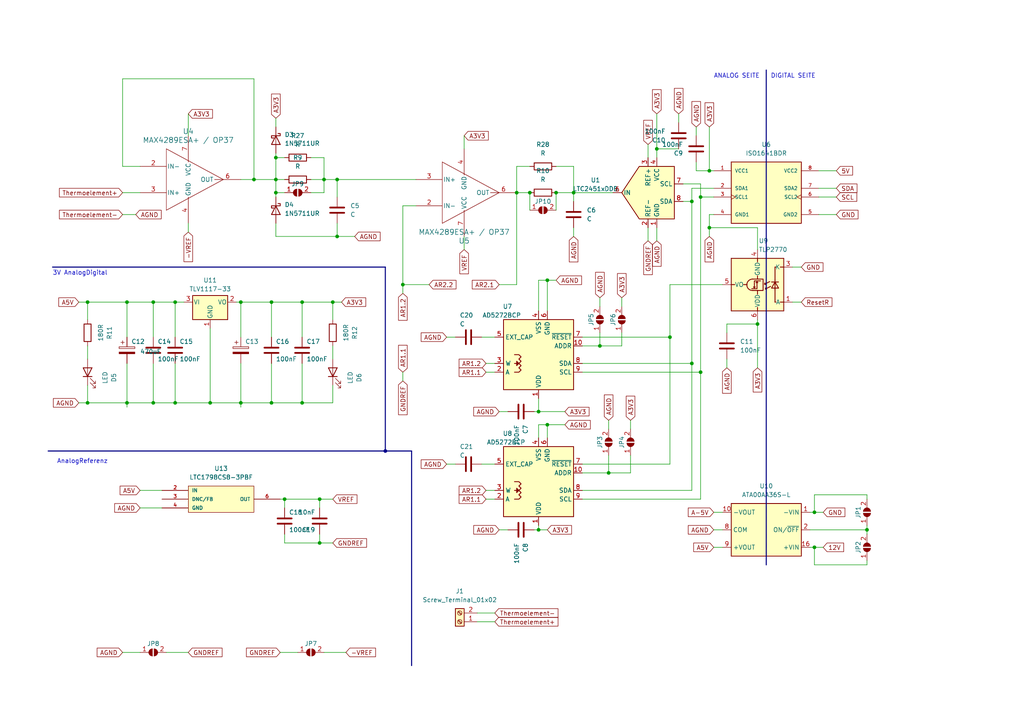
<source format=kicad_sch>
(kicad_sch (version 20230121) (generator eeschema)
  (paper "A4")
  (lib_symbols
    (symbol "Analog_ADC:LTC2451xDDB"
      (property "Reference" "U" (at -6.35 8.89 0))
      (property "Value" "LTC2451xDDB" (at 11.43 8.89 0))
      (symbol "LTC2451xDDB_1_1"
        (polyline (pts (xy -2.54 7.62) (xy 3.81 7.62) (xy 7.62 7.62) (xy 7.62 -7.62) (xy -2.54 -7.62) (xy -7.62 0) (xy -2.54 7.62)) (stroke (width 0.254)) (fill (type background)))
        (pin power_in line (at 2.54 -10.16 90) (length 2.54) (name "GND") (number "1"))
        (pin power_in line (at 0 -10.16 90) (length 2.54) (name "REF-") (number "2"))
        (pin power_in line (at 0 10.16 270) (length 2.54) (name "REF+") (number "3"))
        (pin power_in line (at 2.54 10.16 270) (length 2.54) (name "VCC") (number "4"))
        (pin passive line (at 2.54 -10.16 90) (length 2.54) hide (name "GND") (number "5"))
        (pin input line (at -10.16 0 0) (length 2.54) (name "IN") (number "6"))
        (pin input line (at 10.16 2.54 180) (length 2.54) (name "SCL") (number "7"))
        (pin bidirectional line (at 10.16 -2.54 180) (length 2.54) (name "SDA") (number "8"))
        (pin passive line (at 2.54 -10.16 90) (length 2.54) hide (name "GND") (number "9"))
      )
    )
    (symbol "Connector:Screw_Terminal_01x02" (pin_names (offset 1.016) hide)
      (property "Reference" "J" (at 0 2.54 0))
      (property "Value" "Screw_Terminal_01x02" (at 0 -5.08 0))
      (symbol "Screw_Terminal_01x02_1_1"
        (rectangle (start -1.27 1.27) (end 1.27 -3.81) (stroke (width 0.254)) (fill (type background)))
        (circle (center 0 -2.54) (radius 0.635) (stroke (width 0.1524)))
        (polyline (pts (xy -0.5334 -2.2098) (xy 0.3302 -3.048)) (stroke (width 0.1524)))
        (polyline (pts (xy -0.5334 0.3302) (xy 0.3302 -0.508)) (stroke (width 0.1524)))
        (polyline (pts (xy -0.3556 -2.032) (xy 0.508 -2.8702)) (stroke (width 0.1524)))
        (polyline (pts (xy -0.3556 0.508) (xy 0.508 -0.3302)) (stroke (width 0.1524)))
        (circle (center 0 0) (radius 0.635) (stroke (width 0.1524)))
        (pin passive line (at -5.08 0 0) (length 3.81) (name "Pin_1") (number "1"))
        (pin passive line (at -5.08 -2.54 0) (length 3.81) (name "Pin_2") (number "2"))
      )
    )
    (symbol "Converter_DCDC:ATA00AA36S-L"
      (property "Reference" "U" (at 0 11.43 0))
      (property "Value" "ATA00AA36S-L" (at 0 8.89 0))
      (symbol "ATA00AA36S-L_0_1"
        (rectangle (start -10.16 7.62) (end 10.16 -7.62) (stroke (width 0.254)) (fill (type background)))
        (polyline (pts (xy 0 -5.08) (xy 0 -6.35)))
        (polyline (pts (xy 0 -2.54) (xy 0 -3.81)))
        (polyline (pts (xy 0 0) (xy 0 -1.27)))
        (polyline (pts (xy 0 2.54) (xy 0 1.27)))
        (polyline (pts (xy 0 5.08) (xy 0 3.81)))
        (polyline (pts (xy 0 7.62) (xy 0 6.35)))
      )
      (symbol "ATA00AA36S-L_1_1"
        (pin power_in line (at -12.7 -5.08 0) (length 2.54) (name "-VIN") (number "1"))
        (pin power_out line (at 12.7 -5.08 180) (length 2.54) (name "-VOUT") (number "10"))
        (pin power_in line (at -12.7 5.08 0) (length 2.54) (name "+VIN") (number "16"))
        (pin input line (at -12.7 0 0) (length 2.54) (name "ON/~{OFF}") (number "2"))
        (pin no_connect line (at 10.16 2.54 180) (length 2.54) hide (name "NC") (number "7"))
        (pin power_out line (at 12.7 0 180) (length 2.54) (name "COM") (number "8"))
        (pin power_out line (at 12.7 5.08 180) (length 2.54) (name "+VOUT") (number "9"))
      )
    )
    (symbol "Device:C" (pin_numbers hide) (pin_names (offset 0.254))
      (property "Reference" "C" (at 0.635 2.54 0))
      (property "Value" "C" (at 0.635 -2.54 0))
      (symbol "C_0_1"
        (polyline (pts (xy -2.032 -0.762) (xy 2.032 -0.762)) (stroke (width 0.508)))
        (polyline (pts (xy -2.032 0.762) (xy 2.032 0.762)) (stroke (width 0.508)))
      )
      (symbol "C_1_1"
        (pin passive line (at 0 3.81 270) (length 2.794) (name "~") (number "1"))
        (pin passive line (at 0 -3.81 90) (length 2.794) (name "~") (number "2"))
      )
    )
    (symbol "Device:C_Polarized" (pin_numbers hide) (pin_names (offset 0.254))
      (property "Reference" "C" (at 0.635 2.54 0))
      (property "Value" "C_Polarized" (at 0.635 -2.54 0))
      (symbol "C_Polarized_0_1"
        (rectangle (start -2.286 0.508) (end 2.286 1.016))
        (polyline (pts (xy -1.778 2.286) (xy -0.762 2.286)))
        (polyline (pts (xy -1.27 2.794) (xy -1.27 1.778)))
        (rectangle (start 2.286 -0.508) (end -2.286 -1.016) (fill (type outline)))
      )
      (symbol "C_Polarized_1_1"
        (pin passive line (at 0 3.81 270) (length 2.794) (name "~") (number "1"))
        (pin passive line (at 0 -3.81 90) (length 2.794) (name "~") (number "2"))
      )
    )
    (symbol "Device:LED" (pin_numbers hide) (pin_names (offset 1.016) hide)
      (property "Reference" "D" (at 0 2.54 0))
      (property "Value" "LED" (at 0 -2.54 0))
      (symbol "LED_0_1"
        (polyline (pts (xy -1.27 -1.27) (xy -1.27 1.27)) (stroke (width 0.254)))
        (polyline (pts (xy -1.27 0) (xy 1.27 0)))
        (polyline (pts (xy 1.27 -1.27) (xy 1.27 1.27) (xy -1.27 0) (xy 1.27 -1.27)) (stroke (width 0.254)))
        (polyline (pts (xy -3.048 -0.762) (xy -4.572 -2.286) (xy -3.81 -2.286) (xy -4.572 -2.286) (xy -4.572 -1.524)))
        (polyline (pts (xy -1.778 -0.762) (xy -3.302 -2.286) (xy -2.54 -2.286) (xy -3.302 -2.286) (xy -3.302 -1.524)))
      )
      (symbol "LED_1_1"
        (pin passive line (at -3.81 0 0) (length 2.54) (name "K") (number "1"))
        (pin passive line (at 3.81 0 180) (length 2.54) (name "A") (number "2"))
      )
    )
    (symbol "Device:R" (pin_numbers hide) (pin_names (offset 0))
      (property "Reference" "R" (at 2.032 0 90))
      (property "Value" "R" (at 0 0 90))
      (symbol "R_0_1"
        (rectangle (start -1.016 -2.54) (end 1.016 2.54) (stroke (width 0.254)))
      )
      (symbol "R_1_1"
        (pin passive line (at 0 3.81 270) (length 1.27) (name "~") (number "1"))
        (pin passive line (at 0 -3.81 90) (length 1.27) (name "~") (number "2"))
      )
    )
    (symbol "Diode:1N5711UR" (pin_numbers hide) (pin_names (offset 1.016) hide)
      (property "Reference" "D" (at 0 2.54 0))
      (property "Value" "1N5711UR" (at 0 -2.54 0))
      (symbol "1N5711UR_0_1"
        (polyline (pts (xy 1.27 0) (xy -1.27 0)))
        (polyline (pts (xy 1.27 1.27) (xy 1.27 -1.27) (xy -1.27 0) (xy 1.27 1.27)) (stroke (width 0.254)))
        (polyline (pts (xy -1.905 0.635) (xy -1.905 1.27) (xy -1.27 1.27) (xy -1.27 -1.27) (xy -0.635 -1.27) (xy -0.635 -0.635)) (stroke (width 0.254)))
      )
      (symbol "1N5711UR_1_1"
        (pin passive line (at -3.81 0 0) (length 2.54) (name "K") (number "1"))
        (pin passive line (at 3.81 0 180) (length 2.54) (name "A") (number "2"))
      )
    )
    (symbol "Isolator:TLP2770" (pin_names (offset 1.016))
      (property "Reference" "U" (at -6.35 8.89 0))
      (property "Value" "TLP2770" (at 5.08 8.89 0))
      (symbol "TLP2770_0_1"
        (polyline (pts (xy -7.62 -5.08) (xy -6.604 -5.08)) (stroke (width 0.254)))
        (polyline (pts (xy -7.62 5.08) (xy -6.604 5.08)) (stroke (width 0.254)))
        (polyline (pts (xy -5.08 -5.08) (xy -5.334 -5.08)) (stroke (width 0.254)))
        (polyline (pts (xy -5.08 -1.27) (xy -5.08 -5.08)) (stroke (width 0.254)))
        (polyline (pts (xy -5.08 1.27) (xy -5.08 5.08)) (stroke (width 0.254)))
        (polyline (pts (xy -5.08 5.08) (xy -5.334 5.08)) (stroke (width 0.254)))
        (polyline (pts (xy 0 -7.62) (xy 0 -6.604)) (stroke (width 0.254)))
        (polyline (pts (xy 0 -1.651) (xy 0 -2.54)) (stroke (width 0.254)))
        (polyline (pts (xy 0 1.651) (xy 0 2.794)) (stroke (width 0.254)))
        (polyline (pts (xy 0 7.62) (xy 0 6.604)) (stroke (width 0.254)))
        (polyline (pts (xy 3.048 0) (xy 4.064 0)) (stroke (width 0.254)))
        (polyline (pts (xy 7.62 0) (xy 6.604 0)) (stroke (width 0.254)))
      )
      (symbol "TLP2770_1_1"
        (rectangle (start -7.62 7.62) (end 7.62 -7.62) (stroke (width 0.254)) (fill (type background)))
        (polyline (pts (xy -6.096 -0.762) (xy -4.064 -0.762)) (stroke (width 0.254)))
        (polyline (pts (xy -5.08 -0.762) (xy -5.08 -1.27)) (stroke (width 0.254)))
        (polyline (pts (xy -5.08 1.016) (xy -5.08 -0.762)) (stroke (width 0.254)))
        (polyline (pts (xy -5.08 1.016) (xy -5.08 1.397)) (stroke (width 0.254)))
        (polyline (pts (xy -3.81 0.508) (xy -2.286 1.27)) (stroke (width 0.254)))
        (polyline (pts (xy -3.556 -0.889) (xy -2.032 -0.127)) (stroke (width 0.254)))
        (polyline (pts (xy -2.286 1.27) (xy -2.5908 1.3716)) (stroke (width 0.254)))
        (polyline (pts (xy -2.286 1.27) (xy -2.3876 0.9144)) (stroke (width 0.254)))
        (polyline (pts (xy -2.032 -0.127) (xy -2.3368 -0.0254)) (stroke (width 0.254)))
        (polyline (pts (xy -2.032 -0.127) (xy -2.1336 -0.4826)) (stroke (width 0.254)))
        (polyline (pts (xy 0.1524 -0.8382) (xy -0.1016 -0.5842) (xy 0.4064 -0.5842)) (stroke (width 0.254)))
        (polyline (pts (xy 0.9144 0.9398) (xy 0.9144 -1.0922) (xy -0.8636 -1.0922)) (stroke (width 0.254)))
        (polyline (pts (xy -6.096 1.016) (xy -4.064 1.016) (xy -5.08 -0.762) (xy -6.096 1.016)) (stroke (width 0.254)))
        (polyline (pts (xy 0.9144 0.9398) (xy 0.6604 0.6858) (xy 1.1684 0.6858) (xy 0.9144 0.9398)) (stroke (width 0.254)))
        (polyline (pts (xy 1.4224 1.7018) (xy -1.6256 1.7018) (xy -1.6256 -1.6002) (xy 1.4224 -1.6002)) (stroke (width 0.254)))
        (polyline (pts (xy 1.6764 1.1938) (xy 0.1524 1.1938) (xy 0.1524 -0.8382) (xy 0.4064 -0.5842)) (stroke (width 0.254)))
        (arc (start 1.4224 -1.6002) (mid 2.6101 -1.1115) (end 3.0988 0.0762) (stroke (width 0.254)))
        (arc (start 3.0734 0) (mid 2.6011 1.2413) (end 1.3462 1.6764) (stroke (width 0.254)))
        (pin passive line (at -10.16 5.08 0) (length 2.54) (name "A") (number "1"))
        (pin no_connect line (at -7.62 0 0) (length 2.54) hide (name "NC") (number "2"))
        (pin passive line (at -10.16 -5.08 0) (length 2.54) (name "K") (number "3"))
        (pin power_in line (at 0 -10.16 90) (length 2.54) (name "GND") (number "4"))
        (pin output line (at 10.16 0 180) (length 2.54) (name "VO") (number "5"))
        (pin power_in line (at 0 10.16 270) (length 2.54) (name "VDD") (number "6"))
      )
    )
    (symbol "Jumper:SolderJumper_2_Open" (pin_names (offset 0) hide)
      (property "Reference" "JP" (at 0 2.032 0))
      (property "Value" "SolderJumper_2_Open" (at 0 -2.54 0))
      (symbol "SolderJumper_2_Open_0_1"
        (arc (start -0.254 1.016) (mid -1.2656 0) (end -0.254 -1.016))
        (arc (start -0.254 1.016) (mid -1.2656 0) (end -0.254 -1.016) (fill (type outline)))
        (polyline (pts (xy -0.254 1.016) (xy -0.254 -1.016)))
        (polyline (pts (xy 0.254 1.016) (xy 0.254 -1.016)))
        (arc (start 0.254 -1.016) (mid 1.2656 0) (end 0.254 1.016))
        (arc (start 0.254 -1.016) (mid 1.2656 0) (end 0.254 1.016) (fill (type outline)))
      )
      (symbol "SolderJumper_2_Open_1_1"
        (pin passive line (at -3.81 0 0) (length 2.54) (name "A") (number "1"))
        (pin passive line (at 3.81 0 180) (length 2.54) (name "B") (number "2"))
      )
    )
    (symbol "Potentiometer_Digital:AD5272BCP"
      (property "Reference" "U" (at -10.16 11.43 0))
      (property "Value" "AD5272BCP" (at 2.54 11.43 0))
      (symbol "AD5272BCP_0_1"
        (rectangle (start -10.16 10.16) (end 10.16 -10.16) (stroke (width 0.254)) (fill (type background)))
        (polyline (pts (xy 6.985 2.54) (xy 6.35 2.54) (xy 5.715 2.54) (xy 6.35 3.175) (xy 6.35 1.905) (xy 5.715 2.54)) (stroke (width 0.254)) (fill (type outline)))
        (polyline (pts (xy 6.985 5.08) (xy 5.715 5.08) (xy 5.08 4.445) (xy 5.715 3.81) (xy 5.08 3.175) (xy 5.715 2.54) (xy 5.08 1.905) (xy 5.715 1.27) (xy 5.08 0.635) (xy 5.715 0) (xy 6.985 0)) (stroke (width 0.254)))
      )
      (symbol "AD5272BCP_1_1"
        (pin power_in line (at 0 12.7 270) (length 2.54) (name "VDD") (number "1"))
        (pin passive line (at -12.7 -2.54 0) (length 2.54) (name "ADDR") (number "10"))
        (pin passive line (at 0 -12.7 90) (length 2.54) hide (name "VSS") (number "11"))
        (pin passive line (at 12.7 5.08 180) (length 2.54) (name "A") (number "2"))
        (pin passive line (at 12.7 2.54 180) (length 2.54) (name "W") (number "3"))
        (pin power_in line (at 0 -12.7 90) (length 2.54) (name "VSS") (number "4"))
        (pin passive line (at 12.7 -5.08 180) (length 2.54) (name "EXT_CAP") (number "5"))
        (pin power_in line (at -2.54 -12.7 90) (length 2.54) (name "GND") (number "6"))
        (pin input line (at -12.7 -5.08 0) (length 2.54) (name "~{RESET}") (number "7"))
        (pin bidirectional line (at -12.7 2.54 0) (length 2.54) (name "SDA") (number "8"))
        (pin input line (at -12.7 5.08 0) (length 2.54) (name "SCL") (number "9"))
      )
    )
    (symbol "Regulator_Linear:TLV1117-15" (pin_names (offset 0.254))
      (property "Reference" "U" (at -3.81 3.175 0))
      (property "Value" "TLV1117-15" (at 0 3.175 0))
      (symbol "TLV1117-15_0_1"
        (rectangle (start -5.08 -5.08) (end 5.08 1.905) (stroke (width 0.254)) (fill (type background)))
      )
      (symbol "TLV1117-15_1_1"
        (pin power_in line (at 0 -7.62 90) (length 2.54) (name "GND") (number "1"))
        (pin power_out line (at 7.62 0 180) (length 2.54) (name "VO") (number "2"))
        (pin power_in line (at -7.62 0 0) (length 2.54) (name "VI") (number "3"))
      )
    )
    (symbol "TempViewerLIB:ISO1641BDR" (pin_names (offset 1.016))
      (property "Reference" "U" (at -10.16 10.922 0))
      (property "Value" "ISO1641BDR" (at -10.16 -10.16 0))
      (symbol "ISO1641BDR_0_0"
        (rectangle (start -10.16 10.16) (end 10.16 -7.62) (stroke (width 0.254)) (fill (type background)))
        (pin power_in line (at -15.24 7.62 0) (length 5.08) (name "VCC1") (number "1"))
        (pin bidirectional line (at -15.24 2.54 0) (length 5.08) (name "SDA1") (number "2"))
        (pin input clock (at -15.24 0 0) (length 5.08) (name "SCL1") (number "3"))
        (pin power_in line (at -15.24 -5.08 0) (length 5.08) (name "GND1") (number "4"))
        (pin power_in line (at 15.24 -5.08 180) (length 5.08) (name "GND2") (number "5"))
        (pin output clock (at 15.24 0 180) (length 5.08) (name "SCL2") (number "6"))
        (pin bidirectional line (at 15.24 2.54 180) (length 5.08) (name "SDA2") (number "7"))
        (pin power_in line (at 15.24 7.62 180) (length 5.08) (name "VCC2") (number "8"))
      )
    )
    (symbol "TempViewerLIB:LTC1798CS8-3PBF" (pin_names (offset 1.016))
      (property "Reference" "U" (at -8.2801 7.6145 0))
      (property "Value" "LTC1798CS8-3PBF" (at -8.89 5.08 0))
      (symbol "LTC1798CS8-3PBF_0_0"
        (rectangle (start -8.89 3.81) (end 10.16 -3.81) (stroke (width 0.1524)) (fill (type background)))
        (pin input line (at -16.51 2.54 0) (length 7.62) (name "IN") (number "2"))
        (pin bidirectional line (at -16.51 0 0) (length 7.62) (name "DNC/FB") (number "3"))
        (pin power_in line (at -16.51 -2.54 0) (length 7.62) (name "GND") (number "4"))
        (pin output line (at 17.78 0 180) (length 7.62) (name "OUT") (number "6"))
      )
    )
    (symbol "TempViewerLIB:MAX4289ESA+" (pin_names (offset 0.254))
      (property "Reference" "U" (at -10.16 13.97 0))
      (property "Value" "MAX4289ESA+" (at -10.16 11.43 0))
      (symbol "MAX4289ESA+_0_1"
        (polyline (pts (xy -6.35 8.89) (xy -6.35 -8.89)) (stroke (width 0.127)))
        (pin input line (at -13.97 3.81 0) (length 7.62) (name "IN-") (number "2"))
        (pin input line (at -13.97 -3.81 0) (length 7.62) (name "IN+") (number "3"))
        (pin power_in line (at 0 -12.7 90) (length 7.62) (name "GND") (number "4"))
        (pin output line (at 15.24 0 180) (length 7.62) (name "OUT") (number "6"))
        (pin power_in line (at 0 12.7 270) (length 7.62) (name "VCC") (number "7"))
      )
      (symbol "MAX4289ESA+_1_1"
        (polyline (pts (xy -6.35 -8.89) (xy 10.16 0) (xy -6.35 8.89)))
      )
    )
  )
  (junction (at 93.98 52.07))
  (junction (at 25.4 116.84))
  (junction (at 78.74 87.63))
  (junction (at 173.99 100.33))
  (junction (at 156.21 119.38))
  (junction (at 80.01 52.07))
  (junction (at 176.53 137.16))
  (junction (at 50.8 116.84))
  (junction (at 205.74 66.04))
  (junction (at 69.85 116.84))
  (junction (at 203.2 57.15))
  (junction (at 60.96 116.84))
  (junction (at 111.76 130.81))
  (junction (at 116.84 82.55))
  (junction (at 92.71 157.48))
  (junction (at 50.8 87.63))
  (junction (at 97.79 52.07))
  (junction (at 200.66 58.42))
  (junction (at 96.52 87.63))
  (junction (at 166.37 55.88))
  (junction (at 200.66 105.41))
  (junction (at 97.79 68.58))
  (junction (at 44.45 87.63))
  (junction (at 236.22 158.75))
  (junction (at 69.85 87.63))
  (junction (at 149.86 55.88))
  (junction (at 36.83 87.63))
  (junction (at 87.63 87.63))
  (junction (at 203.2 107.95))
  (junction (at 87.63 116.84))
  (junction (at 153.67 55.88))
  (junction (at 251.46 153.67))
  (junction (at 78.74 116.84))
  (junction (at 236.22 148.59))
  (junction (at 36.83 116.84))
  (junction (at 190.5 43.18))
  (junction (at 82.55 144.78))
  (junction (at 25.4 87.63))
  (junction (at 158.75 81.28))
  (junction (at 161.29 55.88))
  (junction (at 219.71 93.98))
  (junction (at 80.01 45.72))
  (junction (at 80.01 55.88))
  (junction (at 73.66 52.07))
  (junction (at 205.74 49.53))
  (junction (at 158.75 123.19))
  (junction (at 44.45 116.84))
  (junction (at 156.21 153.67))
  (junction (at 92.71 144.78))
  (junction (at 194.31 97.79))
  (wire (pts (xy 194.31 134.62) (xy 194.31 97.79)))
  (wire (pts (xy 200.66 58.42) (xy 200.66 105.41)))
  (wire (pts (xy 176.53 121.92) (xy 176.53 124.46)))
  (wire (pts (xy 200.66 54.61) (xy 207.01 54.61)))
  (wire (pts (xy 68.58 87.63) (xy 69.85 87.63)))
  (wire (pts (xy 116.84 110.49) (xy 116.84 107.95)))
  (wire (pts (xy 48.26 189.23) (xy 54.61 189.23)))
  (wire (pts (xy 187.96 66.04) (xy 187.96 69.85)))
  (wire (pts (xy 69.85 87.63) (xy 78.74 87.63)))
  (wire (pts (xy 229.87 77.47) (xy 232.41 77.47)))
  (wire (pts (xy 36.83 87.63) (xy 36.83 97.79)))
  (wire (pts (xy 69.85 118.11) (xy 69.85 116.84)))
  (wire (pts (xy 200.66 105.41) (xy 168.91 105.41)))
  (wire (pts (xy 196.85 35.56) (xy 196.85 33.02)))
  (wire (pts (xy 35.56 62.23) (xy 39.37 62.23)))
  (wire (pts (xy 161.29 55.88) (xy 166.37 55.88)))
  (wire (pts (xy 251.46 143.51) (xy 236.22 143.51)))
  (wire (pts (xy 82.55 144.78) (xy 82.55 147.32)))
  (wire (pts (xy 69.85 52.07) (xy 73.66 52.07)))
  (wire (pts (xy 60.96 116.84) (xy 69.85 116.84)))
  (wire (pts (xy 154.94 153.67) (xy 156.21 153.67)))
  (wire (pts (xy 144.78 82.55) (xy 149.86 82.55)))
  (wire (pts (xy 168.91 107.95) (xy 203.2 107.95)))
  (wire (pts (xy 229.87 87.63) (xy 232.41 87.63)))
  (wire (pts (xy 25.4 87.63) (xy 36.83 87.63)))
  (wire (pts (xy 190.5 33.02) (xy 190.5 43.18)))
  (wire (pts (xy 153.67 48.26) (xy 149.86 48.26)))
  (wire (pts (xy 36.83 87.63) (xy 44.45 87.63)))
  (wire (pts (xy 158.75 81.28) (xy 158.75 90.17)))
  (wire (pts (xy 203.2 57.15) (xy 207.01 57.15)))
  (wire (pts (xy 22.86 87.63) (xy 25.4 87.63)))
  (wire (pts (xy 138.43 180.34) (xy 143.51 180.34)))
  (wire (pts (xy 180.34 86.36) (xy 180.34 88.9)))
  (wire (pts (xy 149.86 55.88) (xy 149.86 82.55)))
  (wire (pts (xy 40.64 147.32) (xy 46.99 147.32)))
  (wire (pts (xy 210.82 93.98) (xy 219.71 93.98)))
  (wire (pts (xy 25.4 111.76) (xy 25.4 116.84)))
  (wire (pts (xy 80.01 45.72) (xy 82.55 45.72)))
  (wire (pts (xy 92.71 157.48) (xy 96.52 157.48)))
  (wire (pts (xy 90.17 52.07) (xy 93.98 52.07)))
  (wire (pts (xy 207.01 153.67) (xy 209.55 153.67)))
  (wire (pts (xy 207.01 148.59) (xy 209.55 148.59)))
  (wire (pts (xy 143.51 144.78) (xy 140.97 144.78)))
  (wire (pts (xy 234.95 148.59) (xy 236.22 148.59)))
  (wire (pts (xy 93.98 52.07) (xy 97.79 52.07)))
  (wire (pts (xy 97.79 64.77) (xy 97.79 68.58)))
  (wire (pts (xy 69.85 116.84) (xy 78.74 116.84)))
  (wire (pts (xy 158.75 123.19) (xy 158.75 127)))
  (wire (pts (xy 163.83 123.19) (xy 158.75 123.19)))
  (wire (pts (xy 163.83 119.38) (xy 156.21 119.38)))
  (wire (pts (xy 190.5 43.18) (xy 190.5 45.72)))
  (wire (pts (xy 44.45 105.41) (xy 44.45 116.84)))
  (wire (pts (xy 124.46 82.55) (xy 116.84 82.55)))
  (wire (pts (xy 80.01 64.77) (xy 80.01 68.58)))
  (wire (pts (xy 210.82 104.14) (xy 210.82 106.68)))
  (wire (pts (xy 156.21 119.38) (xy 156.21 115.57)))
  (wire (pts (xy 176.53 137.16) (xy 176.53 132.08)))
  (wire (pts (xy 200.66 142.24) (xy 200.66 105.41)))
  (wire (pts (xy 25.4 100.33) (xy 25.4 104.14)))
  (wire (pts (xy 205.74 62.23) (xy 207.01 62.23)))
  (wire (pts (xy 200.66 58.42) (xy 198.12 58.42)))
  (wire (pts (xy 203.2 57.15) (xy 203.2 53.34)))
  (wire (pts (xy 210.82 93.98) (xy 210.82 96.52)))
  (wire (pts (xy 156.21 81.28) (xy 158.75 81.28)))
  (wire (pts (xy 194.31 82.55) (xy 194.31 97.79)))
  (wire (pts (xy 161.29 60.96) (xy 161.29 55.88)))
  (wire (pts (xy 60.96 95.25) (xy 60.96 116.84)))
  (wire (pts (xy 143.51 107.95) (xy 140.97 107.95)))
  (wire (pts (xy 149.86 48.26) (xy 149.86 55.88)))
  (wire (pts (xy 87.63 87.63) (xy 87.63 97.79)))
  (wire (pts (xy 80.01 52.07) (xy 82.55 52.07)))
  (wire (pts (xy 149.86 55.88) (xy 153.67 55.88)))
  (wire (pts (xy 87.63 116.84) (xy 96.52 116.84)))
  (wire (pts (xy 93.98 55.88) (xy 93.98 52.07)))
  (bus (pts (xy 119.38 130.81) (xy 119.38 193.04)))
  (wire (pts (xy 158.75 123.19) (xy 156.21 123.19)))
  (wire (pts (xy 82.55 154.94) (xy 82.55 157.48)))
  (wire (pts (xy 234.95 158.75) (xy 236.22 158.75)))
  (wire (pts (xy 36.83 116.84) (xy 44.45 116.84)))
  (wire (pts (xy 35.56 48.26) (xy 40.64 48.26)))
  (wire (pts (xy 201.93 39.37) (xy 201.93 36.83)))
  (wire (pts (xy 50.8 87.63) (xy 53.34 87.63)))
  (wire (pts (xy 147.32 119.38) (xy 144.78 119.38)))
  (wire (pts (xy 205.74 66.04) (xy 205.74 68.58)))
  (wire (pts (xy 168.91 134.62) (xy 194.31 134.62)))
  (wire (pts (xy 132.08 134.62) (xy 129.54 134.62)))
  (wire (pts (xy 139.7 97.79) (xy 143.51 97.79)))
  (wire (pts (xy 207.01 49.53) (xy 205.74 49.53)))
  (wire (pts (xy 203.2 107.95) (xy 203.2 57.15)))
  (wire (pts (xy 50.8 116.84) (xy 60.96 116.84)))
  (wire (pts (xy 134.62 72.39) (xy 134.62 68.58)))
  (wire (pts (xy 82.55 157.48) (xy 92.71 157.48)))
  (wire (pts (xy 251.46 153.67) (xy 234.95 153.67)))
  (wire (pts (xy 69.85 105.41) (xy 69.85 116.84)))
  (wire (pts (xy 201.93 46.99) (xy 201.93 49.53)))
  (wire (pts (xy 50.8 87.63) (xy 50.8 97.79)))
  (wire (pts (xy 190.5 66.04) (xy 190.5 69.85)))
  (wire (pts (xy 134.62 39.37) (xy 134.62 43.18)))
  (wire (pts (xy 36.83 118.11) (xy 36.83 116.84)))
  (wire (pts (xy 87.63 87.63) (xy 96.52 87.63)))
  (wire (pts (xy 251.46 144.78) (xy 251.46 143.51)))
  (wire (pts (xy 173.99 86.36) (xy 173.99 88.9)))
  (wire (pts (xy 82.55 144.78) (xy 92.71 144.78)))
  (wire (pts (xy 143.51 105.41) (xy 140.97 105.41)))
  (wire (pts (xy 92.71 147.32) (xy 92.71 144.78)))
  (wire (pts (xy 78.74 87.63) (xy 87.63 87.63)))
  (wire (pts (xy 25.4 87.63) (xy 25.4 92.71)))
  (wire (pts (xy 78.74 97.79) (xy 78.74 87.63)))
  (wire (pts (xy 219.71 93.98) (xy 219.71 92.71)))
  (wire (pts (xy 44.45 87.63) (xy 44.45 97.79)))
  (wire (pts (xy 44.45 116.84) (xy 50.8 116.84)))
  (wire (pts (xy 166.37 55.88) (xy 177.8 55.88)))
  (wire (pts (xy 201.93 49.53) (xy 205.74 49.53)))
  (wire (pts (xy 158.75 81.28) (xy 161.29 81.28)))
  (wire (pts (xy 40.64 142.24) (xy 46.99 142.24)))
  (wire (pts (xy 187.96 41.91) (xy 187.96 45.72)))
  (wire (pts (xy 158.75 153.67) (xy 156.21 153.67)))
  (wire (pts (xy 219.71 72.39) (xy 219.71 66.04)))
  (wire (pts (xy 161.29 48.26) (xy 166.37 48.26)))
  (wire (pts (xy 168.91 137.16) (xy 176.53 137.16)))
  (wire (pts (xy 156.21 81.28) (xy 156.21 90.17)))
  (wire (pts (xy 92.71 154.94) (xy 92.71 157.48)))
  (wire (pts (xy 73.66 52.07) (xy 80.01 52.07)))
  (bus (pts (xy 13.97 130.81) (xy 111.76 130.81)))
  (wire (pts (xy 168.91 142.24) (xy 200.66 142.24)))
  (wire (pts (xy 182.88 137.16) (xy 176.53 137.16)))
  (wire (pts (xy 203.2 53.34) (xy 198.12 53.34)))
  (wire (pts (xy 35.56 189.23) (xy 40.64 189.23)))
  (wire (pts (xy 92.71 144.78) (xy 96.52 144.78)))
  (wire (pts (xy 90.17 45.72) (xy 93.98 45.72)))
  (wire (pts (xy 96.52 87.63) (xy 99.06 87.63)))
  (wire (pts (xy 203.2 144.78) (xy 203.2 107.95)))
  (wire (pts (xy 166.37 48.26) (xy 166.37 55.88)))
  (wire (pts (xy 205.74 62.23) (xy 205.74 66.04)))
  (wire (pts (xy 251.46 152.4) (xy 251.46 153.67)))
  (wire (pts (xy 237.49 49.53) (xy 242.57 49.53)))
  (wire (pts (xy 54.61 64.77) (xy 54.61 67.31)))
  (wire (pts (xy 80.01 52.07) (xy 80.01 55.88)))
  (wire (pts (xy 35.56 55.88) (xy 40.64 55.88)))
  (wire (pts (xy 251.46 162.56) (xy 251.46 163.83)))
  (wire (pts (xy 147.32 153.67) (xy 144.78 153.67)))
  (wire (pts (xy 143.51 142.24) (xy 140.97 142.24)))
  (wire (pts (xy 73.66 52.07) (xy 73.66 22.86)))
  (wire (pts (xy 116.84 82.55) (xy 116.84 85.09)))
  (wire (pts (xy 251.46 163.83) (xy 236.22 163.83)))
  (wire (pts (xy 96.52 100.33) (xy 96.52 104.14)))
  (wire (pts (xy 44.45 87.63) (xy 50.8 87.63)))
  (wire (pts (xy 236.22 148.59) (xy 238.76 148.59)))
  (wire (pts (xy 50.8 105.41) (xy 50.8 116.84)))
  (wire (pts (xy 80.01 55.88) (xy 80.01 57.15)))
  (wire (pts (xy 80.01 45.72) (xy 80.01 52.07)))
  (wire (pts (xy 190.5 43.18) (xy 196.85 43.18)))
  (wire (pts (xy 90.17 55.88) (xy 93.98 55.88)))
  (wire (pts (xy 96.52 87.63) (xy 96.52 92.71)))
  (wire (pts (xy 205.74 49.53) (xy 205.74 36.83)))
  (wire (pts (xy 182.88 132.08) (xy 182.88 137.16)))
  (wire (pts (xy 54.61 33.02) (xy 54.61 39.37)))
  (wire (pts (xy 166.37 66.04) (xy 166.37 68.58)))
  (wire (pts (xy 156.21 123.19) (xy 156.21 127)))
  (wire (pts (xy 132.08 97.79) (xy 129.54 97.79)))
  (wire (pts (xy 173.99 100.33) (xy 173.99 96.52)))
  (wire (pts (xy 166.37 55.88) (xy 166.37 58.42)))
  (wire (pts (xy 154.94 119.38) (xy 156.21 119.38)))
  (wire (pts (xy 80.01 34.29) (xy 80.01 36.83)))
  (bus (pts (xy 111.76 130.81) (xy 119.38 130.81)))
  (wire (pts (xy 236.22 163.83) (xy 236.22 158.75)))
  (wire (pts (xy 219.71 66.04) (xy 205.74 66.04)))
  (wire (pts (xy 81.28 189.23) (xy 86.36 189.23)))
  (wire (pts (xy 251.46 154.94) (xy 251.46 153.67)))
  (wire (pts (xy 93.98 189.23) (xy 100.33 189.23)))
  (wire (pts (xy 207.01 158.75) (xy 209.55 158.75)))
  (wire (pts (xy 96.52 111.76) (xy 96.52 116.84)))
  (wire (pts (xy 237.49 57.15) (xy 242.57 57.15)))
  (wire (pts (xy 219.71 93.98) (xy 219.71 106.68)))
  (bus (pts (xy 15.24 77.47) (xy 111.76 77.47)))
  (wire (pts (xy 138.43 177.8) (xy 143.51 177.8)))
  (wire (pts (xy 78.74 116.84) (xy 87.63 116.84)))
  (wire (pts (xy 73.66 22.86) (xy 35.56 22.86)))
  (wire (pts (xy 93.98 45.72) (xy 93.98 52.07)))
  (wire (pts (xy 97.79 52.07) (xy 97.79 57.15)))
  (wire (pts (xy 81.28 144.78) (xy 82.55 144.78)))
  (wire (pts (xy 69.85 87.63) (xy 69.85 97.79)))
  (wire (pts (xy 80.01 44.45) (xy 80.01 45.72)))
  (wire (pts (xy 22.86 116.84) (xy 25.4 116.84)))
  (wire (pts (xy 236.22 143.51) (xy 236.22 148.59)))
  (bus (pts (xy 222.25 20.32) (xy 222.25 163.83)))
  (wire (pts (xy 168.91 144.78) (xy 203.2 144.78)))
  (wire (pts (xy 87.63 105.41) (xy 87.63 116.84)))
  (wire (pts (xy 116.84 59.69) (xy 116.84 82.55)))
  (wire (pts (xy 180.34 96.52) (xy 180.34 100.33)))
  (wire (pts (xy 25.4 116.84) (xy 36.83 116.84)))
  (wire (pts (xy 209.55 82.55) (xy 194.31 82.55)))
  (wire (pts (xy 97.79 68.58) (xy 102.87 68.58)))
  (wire (pts (xy 200.66 58.42) (xy 200.66 54.61)))
  (wire (pts (xy 194.31 97.79) (xy 168.91 97.79)))
  (wire (pts (xy 116.84 59.69) (xy 120.65 59.69)))
  (wire (pts (xy 80.01 55.88) (xy 82.55 55.88)))
  (wire (pts (xy 80.01 68.58) (xy 97.79 68.58)))
  (wire (pts (xy 153.67 55.88) (xy 153.67 60.96)))
  (wire (pts (xy 182.88 121.92) (xy 182.88 124.46)))
  (wire (pts (xy 97.79 52.07) (xy 120.65 52.07)))
  (bus (pts (xy 111.76 77.47) (xy 111.76 130.81)))
  (wire (pts (xy 180.34 100.33) (xy 173.99 100.33)))
  (wire (pts (xy 139.7 134.62) (xy 143.51 134.62)))
  (wire (pts (xy 237.49 62.23) (xy 242.57 62.23)))
  (wire (pts (xy 237.49 54.61) (xy 242.57 54.61)))
  (wire (pts (xy 156.21 153.67) (xy 156.21 152.4)))
  (wire (pts (xy 36.83 105.41) (xy 36.83 116.84)))
  (wire (pts (xy 78.74 105.41) (xy 78.74 116.84)))
  (wire (pts (xy 236.22 158.75) (xy 238.76 158.75)))
  (wire (pts (xy 168.91 100.33) (xy 173.99 100.33)))
  (wire (pts (xy 35.56 22.86) (xy 35.56 48.26)))
  (text "ANALOG SEITE" (at 207.01 22.86 0) (effects (font (size 1.27 1.27)) (justify left bottom)))
  (text "AnalogReferenz" (at 16.51 134.62 0) (effects (font (size 1.27 1.27)) (justify left bottom)))
  (text "DIGITAL SEITE" (at 223.52 22.86 0) (effects (font (size 1.27 1.27)) (justify left bottom)))
  (text "3V AnalogDigital" (at 15.24 80.01 0) (effects (font (size 1.27 1.27)) (justify left bottom)))
  (global_label "AR1.1" (shape input) (at 140.97 107.95 180) (property "Intersheetrefs" "${INTERSHEET_REFS}" (effects hide)))
  (global_label "5V" (shape input) (at 242.57 49.53 0) (property "Intersheetrefs" "${INTERSHEET_REFS}" (effects hide)))
  (global_label "12V" (shape input) (at 238.76 158.75 0) (property "Intersheetrefs" "${INTERSHEET_REFS}" (effects hide)))
  (global_label "AR1.1" (shape input) (at 116.84 107.95 90) (property "Intersheetrefs" "${INTERSHEET_REFS}" (effects hide)))
  (global_label "GNDREF" (shape input) (at 116.84 110.49 270) (property "Intersheetrefs" "${INTERSHEET_REFS}" (effects hide)))
  (global_label "A3V3" (shape input) (at 182.88 121.92 90) (property "Intersheetrefs" "${INTERSHEET_REFS}" (effects hide)))
  (global_label "A3V3" (shape input) (at 219.71 106.68 270) (property "Intersheetrefs" "${INTERSHEET_REFS}" (effects hide)))
  (global_label "GNDREF" (shape input) (at 187.96 69.85 270) (property "Intersheetrefs" "${INTERSHEET_REFS}" (effects hide)))
  (global_label "A3V3" (shape input) (at 54.61 33.02 0) (property "Intersheetrefs" "${INTERSHEET_REFS}" (effects hide)))
  (global_label "AGND" (shape input) (at 201.93 36.83 90) (property "Intersheetrefs" "${INTERSHEET_REFS}" (effects hide)))
  (global_label "AGND" (shape input) (at 205.74 68.58 270) (property "Intersheetrefs" "${INTERSHEET_REFS}" (effects hide)))
  (global_label "AGND" (shape input) (at 196.85 33.02 90) (property "Intersheetrefs" "${INTERSHEET_REFS}" (effects hide)))
  (global_label "VREF" (shape input) (at 96.52 144.78 0) (property "Intersheetrefs" "${INTERSHEET_REFS}" (effects hide)))
  (global_label "A5V" (shape input) (at 40.64 142.24 180) (property "Intersheetrefs" "${INTERSHEET_REFS}" (effects hide)))
  (global_label "A3V3" (shape input) (at 99.06 87.63 0) (property "Intersheetrefs" "${INTERSHEET_REFS}" (effects hide)))
  (global_label "AGND" (shape input) (at 129.54 97.79 180) (property "Intersheetrefs" "${INTERSHEET_REFS}" (effects hide)))
  (global_label "GNDREF" (shape input) (at 81.28 189.23 180) (property "Intersheetrefs" "${INTERSHEET_REFS}" (effects hide)))
  (global_label "AGND" (shape input) (at 190.5 69.85 270) (property "Intersheetrefs" "${INTERSHEET_REFS}" (effects hide)))
  (global_label "A5V" (shape input) (at 207.01 158.75 180) (property "Intersheetrefs" "${INTERSHEET_REFS}" (effects hide)))
  (global_label "AGND" (shape input) (at 35.56 189.23 180) (property "Intersheetrefs" "${INTERSHEET_REFS}" (effects hide)))
  (global_label "GND" (shape input) (at 232.41 77.47 0) (property "Intersheetrefs" "${INTERSHEET_REFS}" (effects hide)))
  (global_label "AR2.2" (shape input) (at 124.46 82.55 0) (property "Intersheetrefs" "${INTERSHEET_REFS}" (effects hide)))
  (global_label "AGND" (shape input) (at 176.53 121.92 90) (property "Intersheetrefs" "${INTERSHEET_REFS}" (effects hide)))
  (global_label "VREF" (shape input) (at 187.96 41.91 90) (property "Intersheetrefs" "${INTERSHEET_REFS}" (effects hide)))
  (global_label "Thermoelement-" (shape input) (at 143.51 177.8 0) (property "Intersheetrefs" "${INTERSHEET_REFS}" (effects hide)))
  (global_label "AGND" (shape input) (at 161.29 81.28 0) (property "Intersheetrefs" "${INTERSHEET_REFS}" (effects hide)))
  (global_label "AGND" (shape input) (at 207.01 153.67 180) (property "Intersheetrefs" "${INTERSHEET_REFS}" (effects hide)))
  (global_label "A5V" (shape input) (at 22.86 87.63 180) (property "Intersheetrefs" "${INTERSHEET_REFS}" (effects hide)))
  (global_label "AGND" (shape input) (at 166.37 68.58 270) (property "Intersheetrefs" "${INTERSHEET_REFS}" (effects hide)))
  (global_label "AR1.2" (shape input) (at 116.84 85.09 270) (property "Intersheetrefs" "${INTERSHEET_REFS}" (effects hide)))
  (global_label "A-5V" (shape input) (at 207.01 148.59 180) (property "Intersheetrefs" "${INTERSHEET_REFS}" (effects hide)))
  (global_label "AR1.2" (shape input) (at 140.97 105.41 180) (property "Intersheetrefs" "${INTERSHEET_REFS}" (effects hide)))
  (global_label "GNDREF" (shape input) (at 96.52 157.48 0) (property "Intersheetrefs" "${INTERSHEET_REFS}" (effects hide)))
  (global_label "-VREF" (shape input) (at 54.61 67.31 270) (property "Intersheetrefs" "${INTERSHEET_REFS}" (effects hide)))
  (global_label "A3V3" (shape input) (at 180.34 86.36 90) (property "Intersheetrefs" "${INTERSHEET_REFS}" (effects hide)))
  (global_label "AGND" (shape input) (at 144.78 153.67 180) (property "Intersheetrefs" "${INTERSHEET_REFS}" (effects hide)))
  (global_label "A3V3" (shape input) (at 158.75 153.67 0) (property "Intersheetrefs" "${INTERSHEET_REFS}" (effects hide)))
  (global_label "SCL" (shape input) (at 242.57 57.15 0) (property "Intersheetrefs" "${INTERSHEET_REFS}" (effects hide)))
  (global_label "AGND" (shape input) (at 129.54 134.62 180) (property "Intersheetrefs" "${INTERSHEET_REFS}" (effects hide)))
  (global_label "A3V3" (shape input) (at 80.01 34.29 90) (property "Intersheetrefs" "${INTERSHEET_REFS}" (effects hide)))
  (global_label "AGND" (shape input) (at 102.87 68.58 0) (property "Intersheetrefs" "${INTERSHEET_REFS}" (effects hide)))
  (global_label "Thermoelement-" (shape input) (at 35.56 62.23 180) (property "Intersheetrefs" "${INTERSHEET_REFS}" (effects hide)))
  (global_label "GND" (shape input) (at 238.76 148.59 0) (property "Intersheetrefs" "${INTERSHEET_REFS}" (effects hide)))
  (global_label "AR2.1" (shape input) (at 144.78 82.55 180) (property "Intersheetrefs" "${INTERSHEET_REFS}" (effects hide)))
  (global_label "Thermoelement+" (shape input) (at 143.51 180.34 0) (property "Intersheetrefs" "${INTERSHEET_REFS}" (effects hide)))
  (global_label "AGND" (shape input) (at 22.86 116.84 180) (property "Intersheetrefs" "${INTERSHEET_REFS}" (effects hide)))
  (global_label "AGND" (shape input) (at 39.37 62.23 0) (property "Intersheetrefs" "${INTERSHEET_REFS}" (effects hide)))
  (global_label "A3V3" (shape input) (at 205.74 36.83 90) (property "Intersheetrefs" "${INTERSHEET_REFS}" (effects hide)))
  (global_label "-VREF" (shape input) (at 100.33 189.23 0) (property "Intersheetrefs" "${INTERSHEET_REFS}" (effects hide)))
  (global_label "VREF" (shape input) (at 134.62 72.39 270) (property "Intersheetrefs" "${INTERSHEET_REFS}" (effects hide)))
  (global_label "Thermoelement+" (shape input) (at 35.56 55.88 180) (property "Intersheetrefs" "${INTERSHEET_REFS}" (effects hide)))
  (global_label "A3V3" (shape input) (at 134.62 39.37 0) (property "Intersheetrefs" "${INTERSHEET_REFS}" (effects hide)))
  (global_label "AGND" (shape input) (at 163.83 123.19 0) (property "Intersheetrefs" "${INTERSHEET_REFS}" (effects hide)))
  (global_label "AR1.1" (shape input) (at 140.97 144.78 180) (property "Intersheetrefs" "${INTERSHEET_REFS}" (effects hide)))
  (global_label "AGND" (shape input) (at 210.82 106.68 270) (property "Intersheetrefs" "${INTERSHEET_REFS}" (effects hide)))
  (global_label "AGND" (shape input) (at 40.64 147.32 180) (property "Intersheetrefs" "${INTERSHEET_REFS}" (effects hide)))
  (global_label "AGND" (shape input) (at 173.99 86.36 90) (property "Intersheetrefs" "${INTERSHEET_REFS}" (effects hide)))
  (global_label "SDA" (shape input) (at 242.57 54.61 0) (property "Intersheetrefs" "${INTERSHEET_REFS}" (effects hide)))
  (global_label "ResetR" (shape input) (at 232.41 87.63 0) (property "Intersheetrefs" "${INTERSHEET_REFS}" (effects hide)))
  (global_label "AGND" (shape input) (at 144.78 119.38 180) (property "Intersheetrefs" "${INTERSHEET_REFS}" (effects hide)))
  (global_label "A3V3" (shape input) (at 163.83 119.38 0) (property "Intersheetrefs" "${INTERSHEET_REFS}" (effects hide)))
  (global_label "A3V3" (shape input) (at 190.5 33.02 90) (property "Intersheetrefs" "${INTERSHEET_REFS}" (effects hide)))
  (global_label "GND" (shape input) (at 242.57 62.23 0) (property "Intersheetrefs" "${INTERSHEET_REFS}" (effects hide)))
  (global_label "GNDREF" (shape input) (at 54.61 189.23 0) (property "Intersheetrefs" "${INTERSHEET_REFS}" (effects hide)))
  (global_label "AR1.2" (shape input) (at 140.97 142.24 180) (property "Intersheetrefs" "${INTERSHEET_REFS}" (effects hide)))
  (symbol (lib_id "Device:C") (at 50.8 101.6 0) (unit 1)
    (property "Reference" "C15" (at 52.07 99.06 0) (effects (justify left)))
    (property "Value" "100nF" (at 52.07 104.14 0) (effects (justify left)))
    (property "Footprint" "Capacitor_SMD:C_0805_2012Metric" (effects hide))
  )
  (symbol (lib_id "Device:C") (at 210.82 100.33 0) (unit 1)
    (property "Reference" "C11" (at 214.63 99.06 0) (effects (justify left)))
    (property "Value" "100nF" (at 214.63 101.6 0) (effects (justify left)))
    (property "Footprint" "Capacitor_SMD:C_0805_2012Metric" (effects hide))
  )
  (symbol (lib_id "Device:R") (at 157.48 48.26 90) (unit 1)
    (property "Reference" "R28" (at 157.48 41.91 90))
    (property "Value" "R" (at 157.48 44.45 90))
    (property "Footprint" "Resistor_SMD:R_0603_1608Metric" (effects hide))
  )
  (symbol (lib_id "Connector:Screw_Terminal_01x02") (at 133.35 180.34 180) (unit 1)
    (property "Reference" "J1" (at 133.35 171.45 0))
    (property "Value" "Screw_Terminal_01x02" (at 133.35 173.99 0))
    (property "Footprint" "TerminalBlock_TE-Connectivity:TerminalBlock_TE_282834-2_1x02_P2.54mm_Horizontal" (effects hide))
  )
  (symbol (lib_id "Jumper:SolderJumper_2_Open") (at 251.46 158.75 90) (unit 1)
    (property "Reference" "JP2" (at 248.92 158.75 0))
    (property "Value" "SolderJumper_2_Open" (effects hide))
    (property "Footprint" "Jumper:SolderJumper-2_P1.3mm_Open_RoundedPad1.0x1.5mm" (effects hide))
  )
  (symbol (lib_id "Device:C") (at 166.37 62.23 0) (unit 1)
    (property "Reference" "C6" (at 170.18 60.96 0) (effects (justify left)))
    (property "Value" "C" (at 170.18 63.5 0) (effects (justify left)))
    (property "Footprint" "Capacitor_SMD:C_0805_2012Metric" (effects hide))
  )
  (symbol (lib_id "Device:C") (at 196.85 39.37 180) (unit 1)
    (property "Reference" "C10" (at 193.04 40.64 0) (effects (justify left)))
    (property "Value" "100nF" (at 193.04 38.1 0) (effects (justify left)))
    (property "Footprint" "Capacitor_SMD:C_0805_2012Metric" (effects hide))
  )
  (symbol (lib_id "Device:C") (at 92.71 151.13 180) (unit 1)
    (property "Reference" "C19" (at 91.44 153.67 0) (effects (justify left)))
    (property "Value" "10nF" (at 91.44 148.59 0) (effects (justify left)))
    (property "Footprint" "Capacitor_SMD:C_0805_2012Metric" (effects hide))
  )
  (symbol (lib_id "Device:C") (at 135.89 97.79 270) (unit 1)
    (property "Reference" "C20" (at 133.35 91.44 90) (effects (justify left)))
    (property "Value" "C" (at 133.35 93.98 90) (effects (justify left)))
    (property "Footprint" "Capacitor_SMD:C_0805_2012Metric" (effects hide))
  )
  (symbol (lib_id "Device:R") (at 86.36 52.07 90) (unit 1)
    (property "Reference" "R9" (at 86.36 45.72 90))
    (property "Value" "R" (at 86.36 48.26 90))
    (property "Footprint" "Resistor_SMD:R_0805_2012Metric" (effects hide))
  )
  (symbol (lib_id "Device:R") (at 96.52 96.52 0) (unit 1)
    (property "Reference" "R12" (at 102.87 96.52 90))
    (property "Value" "180R" (at 100.33 96.52 90))
    (property "Footprint" "Resistor_SMD:R_1206_3216Metric" (effects hide))
  )
  (symbol (lib_id "Device:C") (at 44.45 101.6 0) (unit 1)
    (property "Reference" "C14" (at 45.72 99.06 0) (effects (justify left)))
    (property "Value" "100nF" (at 45.72 104.14 0) (effects (justify left)))
    (property "Footprint" "Capacitor_SMD:C_0805_2012Metric" (effects hide))
  )
  (symbol (lib_id "Diode:1N5711UR") (at 80.01 40.64 270) (unit 1)
    (property "Reference" "D3" (at 82.55 39.0525 90) (effects (justify left)))
    (property "Value" "1N5711UR" (at 82.55 41.5925 90) (effects (justify left)))
    (property "Footprint" "Diode_SMD:D_MELF" (effects hide))
    (property "Datasheet" "https://www.microsemi.com/document-portal/doc_download/131890-lds-0040-1-datasheet" (effects hide))
  )
  (symbol (lib_id "Jumper:SolderJumper_2_Open") (at 86.36 55.88 0) (unit 1)
    (property "Reference" "JP9" (at 86.36 53.34 0))
    (property "Value" "SolderJumper_2_Open" (effects hide))
    (property "Footprint" "Jumper:SolderJumper-2_P1.3mm_Open_RoundedPad1.0x1.5mm" (effects hide))
  )
  (symbol (lib_id "Device:LED") (at 96.52 107.95 90) (unit 1)
    (property "Reference" "D6" (at 104.14 109.5375 0))
    (property "Value" "LED" (at 101.6 109.5375 0))
    (property "Footprint" "LED_SMD:LED_1206_3216Metric" (effects hide))
  )
  (symbol (lib_id "Jumper:SolderJumper_2_Open") (at 251.46 148.59 90) (unit 1)
    (property "Reference" "JP1" (at 248.92 148.59 0))
    (property "Value" "SolderJumper_2_Open" (effects hide))
    (property "Footprint" "Jumper:SolderJumper-2_P1.3mm_Open_RoundedPad1.0x1.5mm" (effects hide))
  )
  (symbol (lib_id "Device:C_Polarized") (at 69.85 101.6 0) (unit 1)
    (property "Reference" "C13" (at 71.12 99.06 0) (effects (justify left)))
    (property "Value" "470uF" (effects hide))
    (property "Footprint" "Capacitor_SMD:CP_Elec_8x6.7" (effects hide))
  )
  (symbol (lib_id "Device:C") (at 97.79 60.96 0) (unit 1)
    (property "Reference" "C5" (at 101.6 59.69 0) (effects (justify left)))
    (property "Value" "C" (at 101.6 62.23 0) (effects (justify left)))
    (property "Footprint" "Capacitor_SMD:C_0805_2012Metric" (effects hide))
  )
  (symbol (lib_id "Device:C") (at 201.93 43.18 180) (unit 1)
    (property "Reference" "C9" (at 198.12 44.45 0) (effects (justify left)))
    (property "Value" "100nF" (at 198.12 41.91 0) (effects (justify left)))
    (property "Footprint" "Capacitor_SMD:C_0805_2012Metric" (effects hide))
  )
  (symbol (lib_id "Jumper:SolderJumper_2_Open") (at 90.17 189.23 0) (unit 1)
    (property "Reference" "JP7" (at 90.17 186.69 0))
    (property "Value" "SolderJumper_2_Open" (effects hide))
    (property "Footprint" "Jumper:SolderJumper-2_P1.3mm_Open_RoundedPad1.0x1.5mm" (effects hide))
  )
  (symbol (lib_id "Device:C_Polarized") (at 36.83 101.6 0) (unit 1)
    (property "Reference" "C12" (at 38.1 99.06 0) (effects (justify left)))
    (property "Value" "470uF" (at 40.64 101.981 0) (effects (justify left)))
    (property "Footprint" "Capacitor_SMD:CP_Elec_8x6.7" (effects hide))
  )
  (symbol (lib_id "Jumper:SolderJumper_2_Open") (at 157.48 60.96 0) (unit 1)
    (property "Reference" "JP10" (at 157.48 58.42 0))
    (property "Value" "SolderJumper_2_Open" (effects hide))
    (property "Footprint" "Jumper:SolderJumper-2_P1.3mm_Open_RoundedPad1.0x1.5mm" (effects hide))
  )
  (symbol (lib_id "Device:R") (at 86.36 45.72 90) (unit 1)
    (property "Reference" "R27" (at 86.36 39.37 90))
    (property "Value" "R" (at 86.36 41.91 90))
    (property "Footprint" "Resistor_SMD:R_0603_1608Metric" (effects hide))
  )
  (symbol (lib_id "Analog_ADC:LTC2451xDDB") (at 187.96 55.88 0) (unit 1)
    (property "Reference" "U1" (at 172.72 52.2321 0))
    (property "Value" "LTC2451xDDB" (at 172.72 54.7721 0))
    (property "Footprint" "Package_DFN_QFN:DFN-8-1EP_2x3mm_P0.5mm_EP0.56x2.15mm" (effects hide))
    (property "Datasheet" "https://www.analog.com/media/en/technical-documentation/data-sheets/2451fg.pdf" (effects hide))
  )
  (symbol (lib_id "TempViewerLIB:MAX4289ESA+") (at 134.62 55.88 0) (mirror x) (unit 1)
    (property "Reference" "U5" (at 134.62 69.85 0) (effects (font (size 1.524 1.524))))
    (property "Value" "MAX4289ESA+ / OP37" (at 134.62 67.31 0) (effects (font (size 1.524 1.524))))
    (property "Footprint" "Package_SO:SOIC-8_3.9x4.9mm_P1.27mm" (effects hide))
  )
  (symbol (lib_id "Regulator_Linear:TLV1117-15") (at 60.96 87.63 0) (unit 1)
    (property "Reference" "U11" (at 60.96 81.28 0))
    (property "Value" "TLV1117-33" (at 60.96 83.82 0))
    (property "Footprint" "Package_TO_SOT_SMD:SOT-223" (effects hide))
    (property "Datasheet" "http://www.ti.com/lit/ds/symlink/tlv1117.pdf" (effects hide))
  )
  (symbol (lib_id "Device:C") (at 82.55 151.13 0) (unit 1)
    (property "Reference" "C18" (at 83.82 148.59 0) (effects (justify left)))
    (property "Value" "100nF" (at 83.82 153.67 0) (effects (justify left)))
    (property "Footprint" "Capacitor_SMD:C_0805_2012Metric" (effects hide))
  )
  (symbol (lib_id "Device:LED") (at 25.4 107.95 90) (unit 1)
    (property "Reference" "D5" (at 33.02 109.5375 0))
    (property "Value" "LED" (at 30.48 109.5375 0))
    (property "Footprint" "LED_SMD:LED_1206_3216Metric" (effects hide))
  )
  (symbol (lib_id "Jumper:SolderJumper_2_Open") (at 182.88 128.27 90) (unit 1)
    (property "Reference" "JP4" (at 180.34 128.27 0))
    (property "Value" "SolderJumper_2_Open" (effects hide))
    (property "Footprint" "Jumper:SolderJumper-2_P1.3mm_Open_RoundedPad1.0x1.5mm" (effects hide))
  )
  (symbol (lib_id "TempViewerLIB:MAX4289ESA+") (at 54.61 52.07 0) (unit 1)
    (property "Reference" "U4" (at 54.61 38.1 0) (effects (font (size 1.524 1.524))))
    (property "Value" "MAX4289ESA+ / OP37" (at 54.61 40.64 0) (effects (font (size 1.524 1.524))))
    (property "Footprint" "Package_SO:SOIC-8_3.9x4.9mm_P1.27mm" (effects hide))
  )
  (symbol (lib_id "Device:C") (at 87.63 101.6 0) (unit 1)
    (property "Reference" "C17" (at 88.9 99.06 0) (effects (justify left)))
    (property "Value" "100nF" (at 88.9 104.14 0) (effects (justify left)))
    (property "Footprint" "Capacitor_SMD:C_0805_2012Metric" (effects hide))
  )
  (symbol (lib_id "Device:C") (at 135.89 134.62 270) (unit 1)
    (property "Reference" "C21" (at 133.35 129.54 90) (effects (justify left)))
    (property "Value" "C" (at 133.35 132.08 90) (effects (justify left)))
    (property "Footprint" "Capacitor_SMD:C_0805_2012Metric" (effects hide))
  )
  (symbol (lib_id "Jumper:SolderJumper_2_Open") (at 180.34 92.71 90) (unit 1)
    (property "Reference" "JP6" (at 177.8 92.71 0))
    (property "Value" "SolderJumper_2_Open" (effects hide))
    (property "Footprint" "Jumper:SolderJumper-2_P1.3mm_Open_RoundedPad1.0x1.5mm" (effects hide))
  )
  (symbol (lib_id "Device:C") (at 151.13 119.38 270) (unit 1)
    (property "Reference" "C7" (at 152.4 123.19 0) (effects (justify left)))
    (property "Value" "100nF" (at 149.86 123.19 0) (effects (justify left)))
    (property "Footprint" "Capacitor_SMD:C_0805_2012Metric" (effects hide))
  )
  (symbol (lib_id "Device:C") (at 78.74 101.6 0) (unit 1)
    (property "Reference" "C16" (at 80.01 99.06 0) (effects (justify left)))
    (property "Value" "100nF" (at 80.01 104.14 0) (effects (justify left)))
    (property "Footprint" "Capacitor_SMD:C_0805_2012Metric" (effects hide))
  )
  (symbol (lib_id "Diode:1N5711UR") (at 80.01 60.96 270) (unit 1)
    (property "Reference" "D4" (at 82.55 59.3725 90) (effects (justify left)))
    (property "Value" "1N5711UR" (at 82.55 61.9125 90) (effects (justify left)))
    (property "Footprint" "Diode_SMD:D_MELF" (effects hide))
    (property "Datasheet" "https://www.microsemi.com/document-portal/doc_download/131890-lds-0040-1-datasheet" (effects hide))
  )
  (symbol (lib_id "Jumper:SolderJumper_2_Open") (at 44.45 189.23 0) (unit 1)
    (property "Reference" "JP8" (at 44.45 186.69 0))
    (property "Value" "SolderJumper_2_Open" (effects hide))
    (property "Footprint" "Jumper:SolderJumper-2_P1.3mm_Open_RoundedPad1.0x1.5mm" (effects hide))
  )
  (symbol (lib_id "Isolator:TLP2770") (at 219.71 82.55 180) (unit 1)
    (property "Reference" "U9" (at 220.0559 69.85 0) (effects (justify right)))
    (property "Value" "TLP2770" (at 220.0559 72.39 0) (effects (justify right)))
    (property "Footprint" "Package_SO:SO-6L_10x3.84mm_P1.27mm" (effects hide))
    (property "Datasheet" "https://toshiba.semicon-storage.com/info/docget.jsp?did=53548&prodName=TLP2770" (effects hide))
  )
  (symbol (lib_id "Jumper:SolderJumper_2_Open") (at 176.53 128.27 90) (unit 1)
    (property "Reference" "JP3" (at 173.99 128.27 0))
    (property "Value" "SolderJumper_2_Open" (effects hide))
    (property "Footprint" "Jumper:SolderJumper-2_P1.3mm_Open_RoundedPad1.0x1.5mm" (effects hide))
  )
  (symbol (lib_id "Device:R") (at 157.48 55.88 90) (unit 1)
    (property "Reference" "R10" (at 157.48 49.53 90))
    (property "Value" "R" (at 157.48 52.07 90))
    (property "Footprint" "Resistor_SMD:R_0805_2012Metric" (effects hide))
  )
  (symbol (lib_id "Device:C") (at 151.13 153.67 270) (unit 1)
    (property "Reference" "C8" (at 152.4 157.48 0) (effects (justify left)))
    (property "Value" "100nF" (at 149.86 157.48 0) (effects (justify left)))
    (property "Footprint" "Capacitor_SMD:C_0805_2012Metric" (effects hide))
  )
  (symbol (lib_id "Device:R") (at 25.4 96.52 0) (unit 1)
    (property "Reference" "R11" (at 31.75 96.52 90))
    (property "Value" "180R" (at 29.21 96.52 90))
    (property "Footprint" "Resistor_SMD:R_1206_3216Metric" (effects hide))
  )
  (symbol (lib_id "TempViewerLIB:LTC1798CS8-3PBF") (at 63.5 144.78 0) (unit 1)
    (property "Reference" "U13" (at 64.135 135.89 0))
    (property "Value" "LTC1798CS8-3PBF" (at 64.135 138.43 0))
    (property "Footprint" "Package_SO:SOIC-8_3.9x4.9mm_P1.27mm" (effects hide))
  )
  (symbol (lib_id "Potentiometer_Digital:AD5272BCP") (at 156.21 102.87 180) (unit 1)
    (property "Reference" "U7" (at 148.59 88.9 0) (effects (justify left)))
    (property "Value" "AD5272BCP" (at 151.13 91.44 0) (effects (justify left)))
    (property "Footprint" "Package_CSP:LFCSP-WD-10-1EP_3x3mm_P0.5mm_EP1.64x2.38mm" (effects hide))
    (property "Datasheet" "https://www.analog.com/media/en/technical-documentation/data-sheets/AD5272_5274.pdf" (effects hide))
  )
  (symbol (lib_id "Potentiometer_Digital:AD5272BCP") (at 156.21 139.7 180) (unit 1)
    (property "Reference" "U8" (at 148.59 125.73 0) (effects (justify left)))
    (property "Value" "AD5272BCP" (at 152.4 128.27 0) (effects (justify left)))
    (property "Footprint" "Package_CSP:LFCSP-WD-10-1EP_3x3mm_P0.5mm_EP1.64x2.38mm" (effects hide))
    (property "Datasheet" "https://www.analog.com/media/en/technical-documentation/data-sheets/AD5272_5274.pdf" (effects hide))
  )
  (symbol (lib_id "Jumper:SolderJumper_2_Open") (at 173.99 92.71 90) (unit 1)
    (property "Reference" "JP5" (at 171.45 92.71 0))
    (property "Value" "SolderJumper_2_Open" (effects hide))
    (property "Footprint" "Jumper:SolderJumper-2_P1.3mm_Open_RoundedPad1.0x1.5mm" (effects hide))
  )
  (symbol (lib_id "TempViewerLIB:ISO1641BDR") (at 222.25 57.15 0) (unit 1)
    (property "Reference" "U6" (at 222.25 41.91 0))
    (property "Value" "ISO1641BDR" (at 222.25 44.45 0))
    (property "Footprint" "Package_SO:SOIC-8_3.9x4.9mm_P1.27mm" (effects hide))
  )
  (symbol (lib_id "Converter_DCDC:ATA00AA36S-L") (at 222.25 153.67 180) (unit 1)
    (property "Reference" "U10" (at 222.25 140.97 0))
    (property "Value" "ATA00AA36S-L" (at 222.25 143.51 0))
    (property "Footprint" "Converter_DCDC:Converter_DCDC_Artesyn_ATA_SMD" (effects hide))
    (property "Datasheet" "https://www.artesyn.com/power/assets/ata_series_ds_01apr2015_79c25814fd.pdf" (effects hide))
  )
)
</source>
